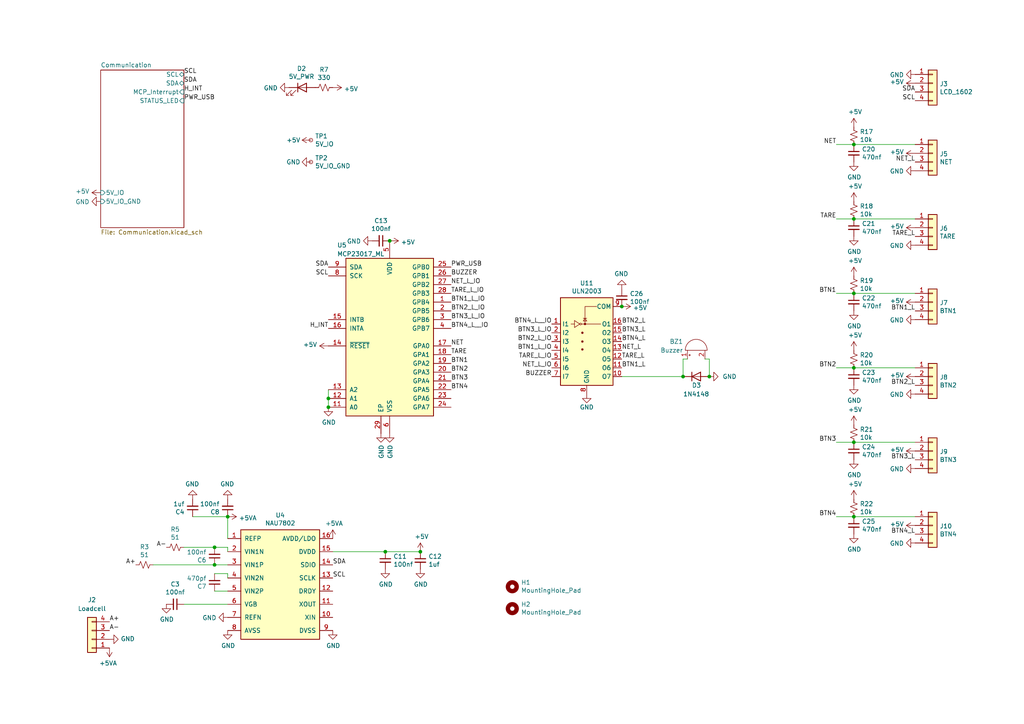
<source format=kicad_sch>
(kicad_sch (version 20230121) (generator eeschema)
  (paper "A4")
  (title_block (title "Ac Current meter") (date "2022-10-12"))
  (lib_symbols
    (symbol "Connector:TestPoint_Small" (pin_numbers hide) (pin_names (offset 0.762) hide)
      (property "Reference" "TP" (at 0 3.81 0))
      (property "Value" "TestPoint_Small" (at 0 2.032 0))
      (symbol "TestPoint_Small_0_1"
        (circle (center 0 0) (radius 0.508))
      )
      (symbol "TestPoint_Small_1_1"
        (pin passive line (at 0 0 90) (length 0) (name "1") (number "1"))
      )
    )
    (symbol "Connector_Generic:Conn_01x04" (pin_names (offset 1.016) hide)
      (property "Reference" "J" (at 0 5.08 0))
      (property "Value" "Conn_01x04" (at 0 -7.62 0))
      (symbol "Conn_01x04_1_1"
        (rectangle (start -1.27 -4.953) (end 0 -5.207) (stroke (width 0.1524)))
        (rectangle (start -1.27 -2.413) (end 0 -2.667) (stroke (width 0.1524)))
        (rectangle (start -1.27 0.127) (end 0 -0.127) (stroke (width 0.1524)))
        (rectangle (start -1.27 2.667) (end 0 2.413) (stroke (width 0.1524)))
        (rectangle (start -1.27 3.81) (end 1.27 -6.35) (stroke (width 0.254)) (fill (type background)))
        (pin passive line (at -5.08 2.54 0) (length 3.81) (name "Pin_1") (number "1"))
        (pin passive line (at -5.08 0 0) (length 3.81) (name "Pin_2") (number "2"))
        (pin passive line (at -5.08 -2.54 0) (length 3.81) (name "Pin_3") (number "3"))
        (pin passive line (at -5.08 -5.08 0) (length 3.81) (name "Pin_4") (number "4"))
      )
    )
    (symbol "Device:C_Small" (pin_numbers hide) (pin_names (offset 0.254) hide)
      (property "Reference" "C" (at 0.254 1.778 0))
      (property "Value" "C_Small" (at 0.254 -2.032 0))
      (symbol "C_Small_0_1"
        (polyline (pts (xy -1.524 -0.508) (xy 1.524 -0.508)) (stroke (width 0.3302)))
        (polyline (pts (xy -1.524 0.508) (xy 1.524 0.508)) (stroke (width 0.3048)))
      )
      (symbol "C_Small_1_1"
        (pin passive line (at 0 2.54 270) (length 2.032) (name "~") (number "1"))
        (pin passive line (at 0 -2.54 90) (length 2.032) (name "~") (number "2"))
      )
    )
    (symbol "Device:LED" (pin_numbers hide) (pin_names (offset 1.016) hide)
      (property "Reference" "D" (at 0 2.54 0))
      (property "Value" "LED" (at 0 -2.54 0))
      (symbol "LED_0_1"
        (polyline (pts (xy -1.27 -1.27) (xy -1.27 1.27)) (stroke (width 0.254)))
        (polyline (pts (xy -1.27 0) (xy 1.27 0)))
        (polyline (pts (xy 1.27 -1.27) (xy 1.27 1.27) (xy -1.27 0) (xy 1.27 -1.27)) (stroke (width 0.254)))
        (polyline (pts (xy -3.048 -0.762) (xy -4.572 -2.286) (xy -3.81 -2.286) (xy -4.572 -2.286) (xy -4.572 -1.524)))
        (polyline (pts (xy -1.778 -0.762) (xy -3.302 -2.286) (xy -2.54 -2.286) (xy -3.302 -2.286) (xy -3.302 -1.524)))
      )
      (symbol "LED_1_1"
        (pin passive line (at -3.81 0 0) (length 2.54) (name "K") (number "1"))
        (pin passive line (at 3.81 0 180) (length 2.54) (name "A") (number "2"))
      )
    )
    (symbol "Device:R_Small_US" (pin_numbers hide) (pin_names (offset 0.254) hide)
      (property "Reference" "R" (at 0.762 0.508 0))
      (property "Value" "R_Small_US" (at 0.762 -1.016 0))
      (symbol "R_Small_US_1_1"
        (polyline (pts (xy 0 0) (xy 1.016 -0.381) (xy 0 -0.762) (xy -1.016 -1.143) (xy 0 -1.524)))
        (polyline (pts (xy 0 1.524) (xy 1.016 1.143) (xy 0 0.762) (xy -1.016 0.381) (xy 0 0)))
        (pin passive line (at 0 2.54 270) (length 1.016) (name "~") (number "1"))
        (pin passive line (at 0 -2.54 90) (length 1.016) (name "~") (number "2"))
      )
    )
    (symbol "Diode:1N4148" (pin_numbers hide) (pin_names hide)
      (property "Reference" "D" (at 0 2.54 0))
      (property "Value" "1N4148" (at 0 -2.54 0))
      (symbol "1N4148_0_1"
        (polyline (pts (xy -1.27 1.27) (xy -1.27 -1.27)) (stroke (width 0.254)))
        (polyline (pts (xy 1.27 0) (xy -1.27 0)))
        (polyline (pts (xy 1.27 1.27) (xy 1.27 -1.27) (xy -1.27 0) (xy 1.27 1.27)) (stroke (width 0.254)))
      )
      (symbol "1N4148_1_1"
        (pin passive line (at -3.81 0 0) (length 2.54) (name "K") (number "1"))
        (pin passive line (at 3.81 0 180) (length 2.54) (name "A") (number "2"))
      )
    )
    (symbol "Interface_Expansion:MCP23017_ML" (pin_names (offset 1.016))
      (property "Reference" "U" (at -11.43 24.13 0))
      (property "Value" "MCP23017_ML" (at 0 0 0))
      (symbol "MCP23017_ML_0_1"
        (rectangle (start -12.7 22.86) (end 12.7 -22.86) (stroke (width 0.254)) (fill (type background)))
      )
      (symbol "MCP23017_ML_1_1"
        (pin bidirectional line (at 17.78 10.16 180) (length 5.08) (name "GPB4") (number "1"))
        (pin no_connect line (at -12.7 12.7 0) (length 5.08) hide (name "NC") (number "10"))
        (pin input line (at -17.78 -20.32 0) (length 5.08) (name "A0") (number "11"))
        (pin input line (at -17.78 -17.78 0) (length 5.08) (name "A1") (number "12"))
        (pin input line (at -17.78 -15.24 0) (length 5.08) (name "A2") (number "13"))
        (pin input line (at -17.78 -2.54 0) (length 5.08) (name "~{RESET}") (number "14"))
        (pin tri_state line (at -17.78 5.08 0) (length 5.08) (name "INTB") (number "15"))
        (pin tri_state line (at -17.78 2.54 0) (length 5.08) (name "INTA") (number "16"))
        (pin bidirectional line (at 17.78 -2.54 180) (length 5.08) (name "GPA0") (number "17"))
        (pin bidirectional line (at 17.78 -5.08 180) (length 5.08) (name "GPA1") (number "18"))
        (pin bidirectional line (at 17.78 -7.62 180) (length 5.08) (name "GPA2") (number "19"))
        (pin bidirectional line (at 17.78 7.62 180) (length 5.08) (name "GPB5") (number "2"))
        (pin bidirectional line (at 17.78 -10.16 180) (length 5.08) (name "GPA3") (number "20"))
        (pin bidirectional line (at 17.78 -12.7 180) (length 5.08) (name "GPA4") (number "21"))
        (pin bidirectional line (at 17.78 -15.24 180) (length 5.08) (name "GPA5") (number "22"))
        (pin bidirectional line (at 17.78 -17.78 180) (length 5.08) (name "GPA6") (number "23"))
        (pin bidirectional line (at 17.78 -20.32 180) (length 5.08) (name "GPA7") (number "24"))
        (pin bidirectional line (at 17.78 20.32 180) (length 5.08) (name "GPB0") (number "25"))
        (pin bidirectional line (at 17.78 17.78 180) (length 5.08) (name "GPB1") (number "26"))
        (pin bidirectional line (at 17.78 15.24 180) (length 5.08) (name "GPB2") (number "27"))
        (pin bidirectional line (at 17.78 12.7 180) (length 5.08) (name "GPB3") (number "28"))
        (pin passive line (at -2.54 -27.94 90) (length 5.08) (name "EP") (number "29"))
        (pin bidirectional line (at 17.78 5.08 180) (length 5.08) (name "GPB6") (number "3"))
        (pin bidirectional line (at 17.78 2.54 180) (length 5.08) (name "GPB7") (number "4"))
        (pin power_in line (at 0 27.94 270) (length 5.08) (name "VDD") (number "5"))
        (pin power_in line (at 0 -27.94 90) (length 5.08) (name "VSS") (number "6"))
        (pin no_connect line (at -12.7 15.24 0) (length 5.08) hide (name "NC") (number "7"))
        (pin input line (at -17.78 17.78 0) (length 5.08) (name "SCK") (number "8"))
        (pin bidirectional line (at -17.78 20.32 0) (length 5.08) (name "SDA") (number "9"))
      )
    )
    (symbol "Mechanical:MountingHole" (pin_names (offset 1.016))
      (property "Reference" "H" (at 0 5.08 0))
      (property "Value" "MountingHole" (at 0 3.175 0))
      (symbol "MountingHole_0_1"
        (circle (center 0 0) (radius 1.27) (stroke (width 1.27)))
      )
    )
    (symbol "Panel_board-rescue:Buzzer-Device" (pin_names (offset 0.0254) hide)
      (property "Reference" "BZ" (at 3.81 1.27 0))
      (property "Value" "Device_Buzzer" (at 3.81 -1.27 0))
      (symbol "Buzzer-Device_0_1"
        (arc (start 0 -3.175) (mid 3.1612 0) (end 0 3.175))
        (polyline (pts (xy -1.651 1.905) (xy -1.143 1.905)))
        (polyline (pts (xy -1.397 2.159) (xy -1.397 1.651)))
        (polyline (pts (xy 0 3.175) (xy 0 -3.175)))
      )
      (symbol "Buzzer-Device_1_1"
        (pin passive line (at -2.54 2.54 0) (length 2.54) (name "-") (number "1"))
        (pin passive line (at -2.54 -2.54 0) (length 2.54) (name "+") (number "2"))
      )
    )
    (symbol "Panel_board-rescue:NAU7802-Analog_ADC" (pin_names (offset 1.016))
      (property "Reference" "U" (at 11.43 20.32 0))
      (property "Value" "Analog_ADC_NAU7802" (at 11.43 17.78 0))
      (symbol "NAU7802-Analog_ADC_1_1"
        (rectangle (start -11.43 15.24) (end 11.43 -16.51) (stroke (width 0.254)) (fill (type background)))
        (pin input line (at -15.24 12.7 0) (length 3.81) (name "REFP") (number "1"))
        (pin output line (at 15.24 -10.16 180) (length 3.81) (name "XIN") (number "10"))
        (pin output line (at 15.24 -6.35 180) (length 3.81) (name "XOUT") (number "11"))
        (pin output line (at 15.24 -2.54 180) (length 3.81) (name "DRDY") (number "12"))
        (pin output line (at 15.24 1.27 180) (length 3.81) (name "SCLK") (number "13"))
        (pin output line (at 15.24 5.08 180) (length 3.81) (name "SDIO") (number "14"))
        (pin power_in line (at 15.24 8.89 180) (length 3.81) (name "DVDD") (number "15"))
        (pin output line (at 15.24 12.7 180) (length 3.81) (name "AVDD/LDO") (number "16"))
        (pin input line (at -15.24 8.89 0) (length 3.81) (name "VIN1N") (number "2"))
        (pin input line (at -15.24 5.08 0) (length 3.81) (name "VIN1P") (number "3"))
        (pin input line (at -15.24 1.27 0) (length 3.81) (name "VIN2N") (number "4"))
        (pin input line (at -15.24 -2.54 0) (length 3.81) (name "VIN2P") (number "5"))
        (pin input line (at -15.24 -6.35 0) (length 3.81) (name "VGB") (number "6"))
        (pin input line (at -15.24 -10.16 0) (length 3.81) (name "REFN") (number "7"))
        (pin power_in line (at -15.24 -13.97 0) (length 3.81) (name "AVSS") (number "8"))
        (pin power_in line (at 15.24 -13.97 180) (length 3.81) (name "DVSS") (number "9"))
      )
    )
    (symbol "Transistor_Array:ULN2003"
      (property "Reference" "U" (at 0 15.875 0))
      (property "Value" "ULN2003" (at 0 13.97 0))
      (symbol "ULN2003_0_1"
        (rectangle (start -7.62 -12.7) (end 7.62 12.7) (stroke (width 0.254)) (fill (type background)))
        (circle (center -1.778 5.08) (radius 0.254))
        (circle (center -1.27 -2.286) (radius 0.254) (fill (type outline)))
        (circle (center -1.27 0) (radius 0.254) (fill (type outline)))
        (circle (center -1.27 2.54) (radius 0.254) (fill (type outline)))
        (circle (center -0.508 5.08) (radius 0.254) (fill (type outline)))
        (polyline (pts (xy -4.572 5.08) (xy -3.556 5.08)))
        (polyline (pts (xy -1.524 5.08) (xy 4.064 5.08)))
        (polyline (pts (xy 0 6.731) (xy -1.016 6.731)))
        (polyline (pts (xy -0.508 5.08) (xy -0.508 10.16) (xy 2.921 10.16)))
        (polyline (pts (xy -3.556 6.096) (xy -3.556 4.064) (xy -2.032 5.08) (xy -3.556 6.096)))
        (polyline (pts (xy 0 5.969) (xy -1.016 5.969) (xy -0.508 6.731) (xy 0 5.969)))
      )
      (symbol "ULN2003_1_1"
        (pin input line (at -10.16 5.08 0) (length 2.54) (name "I1") (number "1"))
        (pin open_collector line (at 10.16 -10.16 180) (length 2.54) (name "O7") (number "10"))
        (pin open_collector line (at 10.16 -7.62 180) (length 2.54) (name "O6") (number "11"))
        (pin open_collector line (at 10.16 -5.08 180) (length 2.54) (name "O5") (number "12"))
        (pin open_collector line (at 10.16 -2.54 180) (length 2.54) (name "O4") (number "13"))
        (pin open_collector line (at 10.16 0 180) (length 2.54) (name "O3") (number "14"))
        (pin open_collector line (at 10.16 2.54 180) (length 2.54) (name "O2") (number "15"))
        (pin open_collector line (at 10.16 5.08 180) (length 2.54) (name "O1") (number "16"))
        (pin input line (at -10.16 2.54 0) (length 2.54) (name "I2") (number "2"))
        (pin input line (at -10.16 0 0) (length 2.54) (name "I3") (number "3"))
        (pin input line (at -10.16 -2.54 0) (length 2.54) (name "I4") (number "4"))
        (pin input line (at -10.16 -5.08 0) (length 2.54) (name "I5") (number "5"))
        (pin input line (at -10.16 -7.62 0) (length 2.54) (name "I6") (number "6"))
        (pin input line (at -10.16 -10.16 0) (length 2.54) (name "I7") (number "7"))
        (pin power_in line (at 0 -15.24 90) (length 2.54) (name "GND") (number "8"))
        (pin passive line (at 10.16 10.16 180) (length 2.54) (name "COM") (number "9"))
      )
    )
    (symbol "power:+5V" (power) (pin_names (offset 0))
      (property "Value" "+5V" (at 0 3.556 0))
      (symbol "+5V_0_1"
        (polyline (pts (xy -0.762 1.27) (xy 0 2.54)))
        (polyline (pts (xy 0 0) (xy 0 2.54)))
        (polyline (pts (xy 0 2.54) (xy 0.762 1.27)))
      )
      (symbol "+5V_1_1"
        (pin power_in line (at 0 0 90) (length 0) hide (name "+5V") (number "1"))
      )
    )
    (symbol "power:+5VA" (power) (pin_names (offset 0))
      (property "Value" "+5VA" (at 0 3.556 0))
      (symbol "+5VA_0_1"
        (polyline (pts (xy -0.762 1.27) (xy 0 2.54)))
        (polyline (pts (xy 0 0) (xy 0 2.54)))
        (polyline (pts (xy 0 2.54) (xy 0.762 1.27)))
      )
      (symbol "+5VA_1_1"
        (pin power_in line (at 0 0 90) (length 0) hide (name "+5VA") (number "1"))
      )
    )
    (symbol "power:GND" (power) (pin_names (offset 0))
      (property "Value" "GND" (at 0 -3.81 0))
      (symbol "GND_0_1"
        (polyline (pts (xy 0 0) (xy 0 -1.27) (xy 1.27 -1.27) (xy 0 -2.54) (xy -1.27 -1.27) (xy 0 -1.27)))
      )
      (symbol "GND_1_1"
        (pin power_in line (at 0 0 270) (length 0) hide (name "GND") (number "1"))
      )
    )
  )
  (junction (at 198.12 109.22))
  (junction (at 205.74 109.22))
  (junction (at 66.04 149.86))
  (junction (at 113.03 69.85))
  (junction (at 247.65 149.86))
  (junction (at 121.92 160.02))
  (junction (at 247.65 128.27))
  (junction (at 180.34 88.9))
  (junction (at 247.65 85.09))
  (junction (at 95.25 115.57))
  (junction (at 62.23 163.83))
  (junction (at 247.65 106.68))
  (junction (at 247.65 41.91))
  (junction (at 95.25 118.11))
  (junction (at 247.65 63.5))
  (junction (at 111.76 160.02))
  (junction (at 62.23 158.75))
  (wire (pts (xy 53.34 158.75) (xy 62.23 158.75)))
  (wire (pts (xy 204.47 104.14) (xy 205.74 104.14)))
  (wire (pts (xy 265.43 128.27) (xy 247.65 128.27)))
  (wire (pts (xy 111.76 160.02) (xy 121.92 160.02)))
  (wire (pts (xy 198.12 104.14) (xy 198.12 109.22)))
  (wire (pts (xy 44.45 163.83) (xy 62.23 163.83)))
  (wire (pts (xy 95.25 115.57) (xy 95.25 118.11)))
  (wire (pts (xy 62.23 166.37) (xy 66.04 166.37)))
  (wire (pts (xy 62.23 163.83) (xy 66.04 163.83)))
  (wire (pts (xy 96.52 160.02) (xy 111.76 160.02)))
  (wire (pts (xy 66.04 149.86) (xy 66.04 156.21)))
  (wire (pts (xy 66.04 158.75) (xy 66.04 160.02)))
  (wire (pts (xy 265.43 149.86) (xy 247.65 149.86)))
  (wire (pts (xy 265.43 85.09) (xy 247.65 85.09)))
  (wire (pts (xy 66.04 166.37) (xy 66.04 167.64)))
  (wire (pts (xy 95.25 113.03) (xy 95.25 115.57)))
  (wire (pts (xy 53.34 175.26) (xy 66.04 175.26)))
  (wire (pts (xy 242.57 128.27) (xy 247.65 128.27)))
  (wire (pts (xy 62.23 158.75) (xy 66.04 158.75)))
  (wire (pts (xy 55.88 149.86) (xy 66.04 149.86)))
  (wire (pts (xy 62.23 171.45) (xy 66.04 171.45)))
  (wire (pts (xy 180.34 109.22) (xy 198.12 109.22)))
  (wire (pts (xy 265.43 63.5) (xy 247.65 63.5)))
  (wire (pts (xy 242.57 63.5) (xy 247.65 63.5)))
  (wire (pts (xy 265.43 41.91) (xy 247.65 41.91)))
  (wire (pts (xy 205.74 104.14) (xy 205.74 109.22)))
  (wire (pts (xy 242.57 85.09) (xy 247.65 85.09)))
  (wire (pts (xy 242.57 149.86) (xy 247.65 149.86)))
  (wire (pts (xy 199.39 104.14) (xy 198.12 104.14)))
  (wire (pts (xy 242.57 106.68) (xy 247.65 106.68)))
  (wire (pts (xy 265.43 106.68) (xy 247.65 106.68)))
  (wire (pts (xy 242.57 41.91) (xy 247.65 41.91)))
  (label "A+" (at 39.37 163.83 180))
  (label "TARE_L_IO" (at 160.02 104.14 180))
  (label "BTN4" (at 242.57 149.86 180))
  (label "NET" (at 130.81 100.33 0))
  (label "BTN1_L" (at 180.34 106.68 0))
  (label "BTN1_L_IO" (at 130.81 87.63 0))
  (label "A-" (at 48.26 158.75 180))
  (label "BTN1_L_IO" (at 160.02 101.6 180))
  (label "BTN3_L" (at 180.34 96.52 0))
  (label "BTN4_L__IO" (at 160.02 93.98 180))
  (label "BTN4_L" (at 265.43 154.94 180))
  (label "BTN3_L" (at 265.43 133.35 180))
  (label "NET" (at 242.57 41.91 180))
  (label "SCL" (at 265.43 29.21 180))
  (label "TARE_L" (at 180.34 104.14 0))
  (label "A-" (at 31.75 182.88 0))
  (label "NET_L_IO" (at 160.02 106.68 180))
  (label "BTN3" (at 242.57 128.27 180))
  (label "BTN4" (at 130.81 113.03 0))
  (label "BTN2_L_IO" (at 160.02 99.06 180))
  (label "SDA" (at 95.25 77.47 180))
  (label "BTN2" (at 242.57 106.68 180))
  (label "BTN1" (at 130.81 105.41 0))
  (label "SCL" (at 95.25 80.01 180))
  (label "TARE" (at 130.81 102.87 0))
  (label "TARE_L" (at 265.43 68.58 180))
  (label "PWR_USB" (at 130.81 77.47 0))
  (label "BTN4_L" (at 180.34 99.06 0))
  (label "NET_L" (at 180.34 101.6 0))
  (label "H_INT" (at 53.34 26.67 0))
  (label "BTN2_L_IO" (at 130.81 90.17 0))
  (label "BTN1_L" (at 265.43 90.17 180))
  (label "BUZZER" (at 160.02 109.22 180))
  (label "SDA" (at 53.34 24.13 0))
  (label "SCL" (at 53.34 21.59 0))
  (label "BTN3_L_IO" (at 160.02 96.52 180))
  (label "PWR_USB" (at 53.34 29.21 0))
  (label "SDA" (at 265.43 26.67 180))
  (label "A+" (at 31.75 180.34 0))
  (label "NET_L_IO" (at 130.81 82.55 0))
  (label "TARE" (at 242.57 63.5 180))
  (label "SDA" (at 96.52 163.83 0))
  (label "SCL" (at 96.52 167.64 0))
  (label "NET_L" (at 265.43 46.99 180))
  (label "TARE_L_IO" (at 130.81 85.09 0))
  (label "BTN4_L__IO" (at 130.81 95.25 0))
  (label "BTN3_L_IO" (at 130.81 92.71 0))
  (label "BTN1" (at 242.57 85.09 180))
  (label "BUZZER" (at 130.81 80.01 0))
  (label "BTN2" (at 130.81 107.95 0))
  (label "H_INT" (at 95.25 95.25 180))
  (label "BTN3" (at 130.81 110.49 0))
  (label "BTN2_L" (at 180.34 93.98 0))
  (label "BTN2_L" (at 265.43 111.76 180))
  (symbol (lib_id "Connector_Generic:Conn_01x04") (at 270.51 24.13 0) (unit 1)
    (property "Reference" "J3" (at 272.542 24.3332 0) (effects (justify left)))
    (property "Value" "LCD_1602" (at 272.542 26.6446 0) (effects (justify left)))
    (property "Footprint" "Connector_PinHeader_2.54mm:PinHeader_1x04_P2.54mm_Horizontal" (effects hide))
  )
  (symbol (lib_id "power:GND") (at 265.43 21.59 270) (unit 1)
    (property "Reference" "#PWR0138" (effects hide))
    (property "Value" "GND" (at 262.1788 21.717 90) (effects (justify right)))
  )
  (symbol (lib_id "power:+5V") (at 265.43 24.13 90) (unit 1)
    (property "Reference" "#PWR0137" (effects hide))
    (property "Value" "+5V" (at 262.1788 23.749 90) (effects (justify left)))
  )
  (symbol (lib_id "power:GND") (at 265.43 157.48 270) (unit 1)
    (property "Reference" "#PWR0136" (effects hide))
    (property "Value" "GND" (at 262.1788 157.607 90) (effects (justify right)))
  )
  (symbol (lib_id "Connector_Generic:Conn_01x04") (at 270.51 152.4 0) (unit 1)
    (property "Reference" "J10" (at 272.542 152.6032 0) (effects (justify left)))
    (property "Value" "BTN4" (at 272.542 154.9146 0) (effects (justify left)))
    (property "Footprint" "Connector_Molex:Molex_PicoBlade_53398-0471_1x04-1MP_P1.25mm_Vertical" (effects hide))
    (property "LCSC" "C234195" (effects hide))
  )
  (symbol (lib_id "power:GND") (at 265.43 135.89 270) (unit 1)
    (property "Reference" "#PWR0134" (effects hide))
    (property "Value" "GND" (at 262.1788 136.017 90) (effects (justify right)))
  )
  (symbol (lib_id "Connector_Generic:Conn_01x04") (at 270.51 130.81 0) (unit 1)
    (property "Reference" "J9" (at 272.542 131.0132 0) (effects (justify left)))
    (property "Value" "BTN3" (at 272.542 133.3246 0) (effects (justify left)))
    (property "Footprint" "Connector_Molex:Molex_PicoBlade_53398-0471_1x04-1MP_P1.25mm_Vertical" (effects hide))
    (property "LCSC" "C234195" (effects hide))
  )
  (symbol (lib_id "Diode:1N4148") (at 201.93 109.22 0) (unit 1)
    (property "Reference" "D3" (at 200.66 111.76 0) (effects (justify left)))
    (property "Value" "1N4148" (at 198.12 114.3 0) (effects (justify left)))
    (property "Footprint" "Diode_SMD:D_SOD-123" (effects hide))
    (property "Datasheet" "https://assets.nexperia.com/documents/data-sheet/1N4148_1N4448.pdf" (effects hide))
    (property "Sim.Device" "D" (effects hide))
    (property "Sim.Pins" "1=K 2=A" (effects hide))
  )
  (symbol (lib_id "power:GND") (at 265.43 114.3 270) (unit 1)
    (property "Reference" "#PWR0132" (effects hide))
    (property "Value" "GND" (at 262.1788 114.427 90) (effects (justify right)))
  )
  (symbol (lib_id "Connector_Generic:Conn_01x04") (at 270.51 109.22 0) (unit 1)
    (property "Reference" "J8" (at 272.542 109.4232 0) (effects (justify left)))
    (property "Value" "BTN2" (at 272.542 111.7346 0) (effects (justify left)))
    (property "Footprint" "Connector_Molex:Molex_PicoBlade_53398-0471_1x04-1MP_P1.25mm_Vertical" (effects hide))
    (property "LCSC" "C234195" (effects hide))
  )
  (symbol (lib_id "power:+5V") (at 96.52 25.4 270) (unit 1)
    (property "Reference" "#PWR0118" (effects hide))
    (property "Value" "+5V" (at 99.7712 25.781 90) (effects (justify left)))
  )
  (symbol (lib_id "power:GND") (at 83.82 25.4 270) (unit 1)
    (property "Reference" "#PWR0119" (effects hide))
    (property "Value" "GND" (at 80.5688 25.527 90) (effects (justify right)))
  )
  (symbol (lib_id "Device:R_Small_US") (at 93.98 25.4 270) (unit 1)
    (property "Reference" "R7" (at 93.98 20.193 90))
    (property "Value" "330" (at 93.98 22.5044 90))
    (property "Footprint" "Resistor_SMD:R_0603_1608Metric" (effects hide))
  )
  (symbol (lib_id "Device:LED") (at 87.63 25.4 0) (unit 1)
    (property "Reference" "D2" (at 87.4522 19.8882 0))
    (property "Value" "5V_PWR" (at 87.4522 22.1996 0))
    (property "Footprint" "LED_SMD:LED_0603_1608Metric" (effects hide))
  )
  (symbol (lib_id "power:GND") (at 265.43 92.71 270) (unit 1)
    (property "Reference" "#PWR0130" (effects hide))
    (property "Value" "GND" (at 262.1788 92.837 90) (effects (justify right)))
  )
  (symbol (lib_id "Connector_Generic:Conn_01x04") (at 270.51 87.63 0) (unit 1)
    (property "Reference" "J7" (at 272.542 87.8332 0) (effects (justify left)))
    (property "Value" "BTN1" (at 272.542 90.1446 0) (effects (justify left)))
    (property "Footprint" "Connector_Molex:Molex_PicoBlade_53398-0471_1x04-1MP_P1.25mm_Vertical" (effects hide))
    (property "LCSC" "C234195" (effects hide))
  )
  (symbol (lib_id "Connector_Generic:Conn_01x04") (at 270.51 66.04 0) (unit 1)
    (property "Reference" "J6" (at 272.542 66.2432 0) (effects (justify left)))
    (property "Value" "TARE" (at 272.542 68.5546 0) (effects (justify left)))
    (property "Footprint" "Connector_Molex:Molex_PicoBlade_53398-0471_1x04-1MP_P1.25mm_Vertical" (effects hide))
    (property "LCSC" "C234195" (effects hide))
  )
  (symbol (lib_id "power:GND") (at 265.43 71.12 270) (unit 1)
    (property "Reference" "#PWR0127" (effects hide))
    (property "Value" "GND" (at 262.1788 71.247 90) (effects (justify right)))
  )
  (symbol (lib_id "power:GND") (at 265.43 49.53 270) (unit 1)
    (property "Reference" "#PWR0126" (effects hide))
    (property "Value" "GND" (at 262.1788 49.657 90) (effects (justify right)))
  )
  (symbol (lib_id "Connector_Generic:Conn_01x04") (at 270.51 44.45 0) (unit 1)
    (property "Reference" "J5" (at 272.542 44.6532 0) (effects (justify left)))
    (property "Value" "NET" (at 272.542 46.9646 0) (effects (justify left)))
    (property "Footprint" "Connector_Molex:Molex_PicoBlade_53398-0471_1x04-1MP_P1.25mm_Vertical" (effects hide))
    (property "LCSC" "C234195" (effects hide))
  )
  (symbol (lib_id "Panel_board-rescue:Buzzer-Device") (at 201.93 101.6 90) (unit 1)
    (property "Reference" "BZ1" (at 198.12 99.06 90) (effects (justify left)))
    (property "Value" "Buzzer" (at 198.12 101.6 90) (effects (justify left)))
    (property "Footprint" "Buzzer_Beeper:Buzzer_12x9.5RM7.6" (effects hide))
  )
  (symbol (lib_id "power:GND") (at 107.95 69.85 270) (unit 1)
    (property "Reference" "#PWR0124" (effects hide))
    (property "Value" "GND" (at 104.6988 69.977 90) (effects (justify right)))
  )
  (symbol (lib_id "Device:C_Small") (at 110.49 69.85 270) (unit 1)
    (property "Reference" "C13" (at 110.49 64.0334 90))
    (property "Value" "100nf" (at 110.49 66.3448 90))
    (property "Footprint" "Capacitor_SMD:C_0603_1608Metric" (effects hide))
  )
  (symbol (lib_id "power:GND") (at 95.25 118.11 0) (unit 1)
    (property "Reference" "#PWR0123" (effects hide))
    (property "Value" "GND" (at 95.377 122.5042 0))
  )
  (symbol (lib_id "power:GND") (at 113.03 125.73 0) (unit 1)
    (property "Reference" "#PWR0122" (effects hide))
    (property "Value" "GND" (at 113.157 128.9812 90) (effects (justify right)))
  )
  (symbol (lib_id "power:+5V") (at 113.03 69.85 270) (unit 1)
    (property "Reference" "#PWR0121" (effects hide))
    (property "Value" "+5V" (at 116.2812 70.231 90) (effects (justify left)))
  )
  (symbol (lib_id "power:+5V") (at 95.25 100.33 90) (unit 1)
    (property "Reference" "#PWR0120" (effects hide))
    (property "Value" "+5V" (at 91.9988 99.949 90) (effects (justify left)))
  )
  (symbol (lib_id "Mechanical:MountingHole") (at 148.59 176.53 0) (unit 1)
    (property "Reference" "H2" (at 151.13 175.2854 0) (effects (justify left)))
    (property "Value" "MountingHole_Pad" (at 151.13 177.5968 0) (effects (justify left)))
    (property "Footprint" "MountingHole:MountingHole_3.2mm_M3" (effects hide))
  )
  (symbol (lib_id "Mechanical:MountingHole") (at 148.59 170.18 0) (unit 1)
    (property "Reference" "H1" (at 151.13 168.9354 0) (effects (justify left)))
    (property "Value" "MountingHole_Pad" (at 151.13 171.2468 0) (effects (justify left)))
    (property "Footprint" "MountingHole:MountingHole_3.2mm_M3" (effects hide))
  )
  (symbol (lib_id "Panel_board-rescue:NAU7802-Analog_ADC") (at 81.28 168.91 0) (unit 1)
    (property "Reference" "U4" (at 81.28 149.4282 0))
    (property "Value" "NAU7802" (at 81.28 151.7396 0))
    (property "Footprint" "Package_SO:SOP-16_3.9x9.9mm_P1.27mm" (effects hide))
  )
  (symbol (lib_id "Device:C_Small") (at 111.76 162.56 0) (unit 1)
    (property "Reference" "C11" (at 114.0968 161.3916 0) (effects (justify left)))
    (property "Value" "100nf" (at 114.0968 163.703 0) (effects (justify left)))
    (property "Footprint" "Capacitor_SMD:C_0603_1608Metric" (effects hide))
  )
  (symbol (lib_id "Device:C_Small") (at 121.92 162.56 0) (unit 1)
    (property "Reference" "C12" (at 124.2568 161.3916 0) (effects (justify left)))
    (property "Value" "1uf" (at 124.2568 163.703 0) (effects (justify left)))
    (property "Footprint" "Capacitor_SMD:C_0603_1608Metric" (effects hide))
  )
  (symbol (lib_id "power:GND") (at 111.76 165.1 0) (unit 1)
    (property "Reference" "#PWR0139" (effects hide))
    (property "Value" "GND" (at 111.887 169.4942 0))
  )
  (symbol (lib_id "power:GND") (at 121.92 165.1 0) (unit 1)
    (property "Reference" "#PWR0140" (effects hide))
    (property "Value" "GND" (at 122.047 169.4942 0))
  )
  (symbol (lib_id "power:+5V") (at 121.92 160.02 0) (unit 1)
    (property "Reference" "#PWR0141" (effects hide))
    (property "Value" "+5V" (at 122.301 155.6258 0))
  )
  (symbol (lib_id "power:GND") (at 66.04 182.88 0) (unit 1)
    (property "Reference" "#PWR0142" (effects hide))
    (property "Value" "GND" (at 66.167 187.2742 0))
  )
  (symbol (lib_id "power:GND") (at 96.52 182.88 0) (unit 1)
    (property "Reference" "#PWR0143" (effects hide))
    (property "Value" "GND" (at 96.647 187.2742 0))
  )
  (symbol (lib_id "power:GND") (at 66.04 179.07 270) (unit 1)
    (property "Reference" "#PWR0144" (effects hide))
    (property "Value" "GND" (at 62.7888 179.197 90) (effects (justify right)))
  )
  (symbol (lib_id "Device:C_Small") (at 62.23 161.29 180) (unit 1)
    (property "Reference" "C6" (at 59.8932 162.4584 0) (effects (justify left)))
    (property "Value" "100nf" (at 59.8932 160.147 0) (effects (justify left)))
    (property "Footprint" "Capacitor_SMD:C_0603_1608Metric" (effects hide))
  )
  (symbol (lib_id "Device:C_Small") (at 62.23 168.91 180) (unit 1)
    (property "Reference" "C7" (at 59.8932 170.0784 0) (effects (justify left)))
    (property "Value" "470pf" (at 59.8932 167.767 0) (effects (justify left)))
    (property "Footprint" "Capacitor_SMD:C_0603_1608Metric" (effects hide))
  )
  (symbol (lib_id "Device:R_Small_US") (at 50.8 158.75 270) (unit 1)
    (property "Reference" "R5" (at 50.8 153.543 90))
    (property "Value" "51" (at 50.8 155.8544 90))
    (property "Footprint" "Resistor_SMD:R_0603_1608Metric" (effects hide))
  )
  (symbol (lib_id "Device:R_Small_US") (at 41.91 163.83 270) (unit 1)
    (property "Reference" "R3" (at 41.91 158.623 90))
    (property "Value" "51" (at 41.91 160.9344 90))
    (property "Footprint" "Resistor_SMD:R_0603_1608Metric" (effects hide))
  )
  (symbol (lib_id "Device:C_Small") (at 50.8 175.26 270) (unit 1)
    (property "Reference" "C3" (at 50.8 169.4434 90))
    (property "Value" "100nf" (at 50.8 171.7548 90))
    (property "Footprint" "Capacitor_SMD:C_0603_1608Metric" (effects hide))
  )
  (symbol (lib_id "power:GND") (at 48.26 175.26 0) (unit 1)
    (property "Reference" "#PWR0145" (effects hide))
    (property "Value" "GND" (at 48.387 179.6542 0))
  )
  (symbol (lib_id "power:+5VA") (at 96.52 156.21 0) (unit 1)
    (property "Reference" "#PWR0146" (effects hide))
    (property "Value" "+5VA" (at 96.901 151.8158 0))
  )
  (symbol (lib_id "Device:C_Small") (at 66.04 147.32 180) (unit 1)
    (property "Reference" "C8" (at 63.7032 148.4884 0) (effects (justify left)))
    (property "Value" "100nf" (at 63.7032 146.177 0) (effects (justify left)))
    (property "Footprint" "Capacitor_SMD:C_0603_1608Metric" (effects hide))
  )
  (symbol (lib_id "Device:C_Small") (at 55.88 147.32 180) (unit 1)
    (property "Reference" "C4" (at 53.5432 148.4884 0) (effects (justify left)))
    (property "Value" "1uf" (at 53.5432 146.177 0) (effects (justify left)))
    (property "Footprint" "Capacitor_SMD:C_0603_1608Metric" (effects hide))
  )
  (symbol (lib_id "power:GND") (at 66.04 144.78 180) (unit 1)
    (property "Reference" "#PWR0147" (effects hide))
    (property "Value" "GND" (at 65.913 140.3858 0))
  )
  (symbol (lib_id "power:GND") (at 55.88 144.78 180) (unit 1)
    (property "Reference" "#PWR0148" (effects hide))
    (property "Value" "GND" (at 55.753 140.3858 0))
  )
  (symbol (lib_id "power:+5VA") (at 66.04 149.86 270) (unit 1)
    (property "Reference" "#PWR0149" (effects hide))
    (property "Value" "+5VA" (at 69.2912 150.241 90) (effects (justify left)))
  )
  (symbol (lib_id "power:+5VA") (at 31.75 187.96 180) (unit 1)
    (property "Reference" "#PWR0150" (effects hide))
    (property "Value" "+5VA" (at 31.369 192.3542 0))
  )
  (symbol (lib_id "power:GND") (at 31.75 185.42 90) (unit 1)
    (property "Reference" "#PWR0151" (effects hide))
    (property "Value" "GND" (at 35.0012 185.293 90) (effects (justify right)))
  )
  (symbol (lib_id "Connector:TestPoint_Small") (at 90.17 40.64 0) (unit 1)
    (property "Reference" "TP1" (at 91.3892 39.4716 0) (effects (justify left)))
    (property "Value" "5V_IO" (at 91.3892 41.783 0) (effects (justify left)))
    (property "Footprint" "TestPoint:TestPoint_THTPad_1.0x1.0mm_Drill0.5mm" (effects hide))
  )
  (symbol (lib_id "Connector:TestPoint_Small") (at 90.17 46.99 0) (unit 1)
    (property "Reference" "TP2" (at 91.3892 45.8216 0) (effects (justify left)))
    (property "Value" "5V_IO_GND" (at 91.3892 48.133 0) (effects (justify left)))
    (property "Footprint" "TestPoint:TestPoint_THTPad_1.0x1.0mm_Drill0.5mm" (effects hide))
  )
  (symbol (lib_id "power:+5V") (at 90.17 40.64 90) (unit 1)
    (property "Reference" "#PWR0164" (effects hide))
    (property "Value" "+5V" (at 85.09 40.64 90))
  )
  (symbol (lib_id "power:GND") (at 90.17 46.99 270) (unit 1)
    (property "Reference" "#PWR0165" (effects hide))
    (property "Value" "GND" (at 85.09 46.99 90))
  )
  (symbol (lib_id "Transistor_Array:ULN2003") (at 170.18 99.06 0) (unit 1)
    (property "Reference" "U11" (at 170.18 82.1182 0))
    (property "Value" "ULN2003" (at 170.18 84.4296 0))
    (property "Footprint" "Package_SO:SOIC-16_3.9x9.9mm_P1.27mm" (effects hide))
    (property "Datasheet" "http://www.ti.com/lit/ds/symlink/uln2003a.pdf" (effects hide))
    (property "LCSC" "C7512" (effects hide))
  )
  (symbol (lib_id "power:GND") (at 170.18 114.3 0) (unit 1)
    (property "Reference" "#PWR0168" (effects hide))
    (property "Value" "GND" (at 170.18 118.11 0))
  )
  (symbol (lib_id "Device:C_Small") (at 180.34 86.36 0) (unit 1)
    (property "Reference" "C26" (at 182.6768 85.1916 0) (effects (justify left)))
    (property "Value" "100nf" (at 182.6768 87.503 0) (effects (justify left)))
    (property "Footprint" "Capacitor_SMD:C_0603_1608Metric" (effects hide))
  )
  (symbol (lib_id "power:+5V") (at 180.34 88.9 270) (unit 1)
    (property "Reference" "#PWR0169" (effects hide))
    (property "Value" "+5V" (at 183.5912 89.281 90) (effects (justify left)))
  )
  (symbol (lib_id "power:GND") (at 180.34 83.82 180) (unit 1)
    (property "Reference" "#PWR0170" (effects hide))
    (property "Value" "GND" (at 180.213 79.4258 0))
  )
  (symbol (lib_id "power:+5V") (at 265.43 44.45 90) (unit 1)
    (property "Reference" "#PWR0125" (effects hide))
    (property "Value" "+5V" (at 262.1788 44.069 90) (effects (justify left)))
  )
  (symbol (lib_id "power:+5V") (at 265.43 66.04 90) (unit 1)
    (property "Reference" "#PWR0128" (effects hide))
    (property "Value" "+5V" (at 262.1788 65.659 90) (effects (justify left)))
  )
  (symbol (lib_id "power:+5V") (at 265.43 87.63 90) (unit 1)
    (property "Reference" "#PWR0129" (effects hide))
    (property "Value" "+5V" (at 262.1788 87.249 90) (effects (justify left)))
  )
  (symbol (lib_id "power:+5V") (at 265.43 109.22 90) (unit 1)
    (property "Reference" "#PWR0131" (effects hide))
    (property "Value" "+5V" (at 262.1788 108.839 90) (effects (justify left)))
  )
  (symbol (lib_id "power:+5V") (at 265.43 130.81 90) (unit 1)
    (property "Reference" "#PWR0133" (effects hide))
    (property "Value" "+5V" (at 262.1788 130.429 90) (effects (justify left)))
  )
  (symbol (lib_id "power:+5V") (at 265.43 152.4 90) (unit 1)
    (property "Reference" "#PWR0135" (effects hide))
    (property "Value" "+5V" (at 262.1788 152.019 90) (effects (justify left)))
  )
  (symbol (lib_id "power:+5V") (at 29.21 55.88 90) (unit 1)
    (property "Reference" "#PWR0101" (effects hide))
    (property "Value" "+5V" (at 25.9588 55.499 90) (effects (justify left)))
  )
  (symbol (lib_id "power:GND") (at 29.21 58.42 270) (unit 1)
    (property "Reference" "#PWR0102" (effects hide))
    (property "Value" "GND" (at 25.9588 58.547 90) (effects (justify right)))
  )
  (symbol (lib_id "Device:R_Small_US") (at 247.65 39.37 0) (unit 1)
    (property "Reference" "R17" (at 249.3772 38.2016 0) (effects (justify left)))
    (property "Value" "10k" (at 249.3772 40.513 0) (effects (justify left)))
    (property "Footprint" "Resistor_SMD:R_0603_1608Metric" (effects hide))
  )
  (symbol (lib_id "Device:C_Small") (at 247.65 44.45 0) (unit 1)
    (property "Reference" "C20" (at 249.9868 43.2816 0) (effects (justify left)))
    (property "Value" "470nf" (at 249.9868 45.593 0) (effects (justify left)))
    (property "Footprint" "Capacitor_SMD:C_0603_1608Metric" (effects hide))
  )
  (symbol (lib_id "power:+5V") (at 247.65 36.83 0) (unit 1)
    (property "Reference" "#PWR0113" (effects hide))
    (property "Value" "+5V" (at 248.031 32.4358 0))
  )
  (symbol (lib_id "power:GND") (at 247.65 46.99 0) (unit 1)
    (property "Reference" "#PWR0114" (effects hide))
    (property "Value" "GND" (at 247.777 51.3842 0))
  )
  (symbol (lib_id "Device:R_Small_US") (at 247.65 60.96 0) (unit 1)
    (property "Reference" "R18" (at 249.3772 59.7916 0) (effects (justify left)))
    (property "Value" "10k" (at 249.3772 62.103 0) (effects (justify left)))
    (property "Footprint" "Resistor_SMD:R_0603_1608Metric" (effects hide))
  )
  (symbol (lib_id "Device:C_Small") (at 247.65 66.04 0) (unit 1)
    (property "Reference" "C21" (at 249.9868 64.8716 0) (effects (justify left)))
    (property "Value" "470nf" (at 249.9868 67.183 0) (effects (justify left)))
    (property "Footprint" "Capacitor_SMD:C_0603_1608Metric" (effects hide))
  )
  (symbol (lib_id "power:+5V") (at 247.65 58.42 0) (unit 1)
    (property "Reference" "#PWR0115" (effects hide))
    (property "Value" "+5V" (at 248.031 54.0258 0))
  )
  (symbol (lib_id "power:GND") (at 247.65 68.58 0) (unit 1)
    (property "Reference" "#PWR0152" (effects hide))
    (property "Value" "GND" (at 247.777 72.9742 0))
  )
  (symbol (lib_id "Device:R_Small_US") (at 247.65 82.55 0) (unit 1)
    (property "Reference" "R19" (at 249.3772 81.3816 0) (effects (justify left)))
    (property "Value" "10k" (at 249.3772 83.693 0) (effects (justify left)))
    (property "Footprint" "Resistor_SMD:R_0603_1608Metric" (effects hide))
  )
  (symbol (lib_id "Device:C_Small") (at 247.65 87.63 0) (unit 1)
    (property "Reference" "C22" (at 249.9868 86.4616 0) (effects (justify left)))
    (property "Value" "470nf" (at 249.9868 88.773 0) (effects (justify left)))
    (property "Footprint" "Capacitor_SMD:C_0603_1608Metric" (effects hide))
  )
  (symbol (lib_id "power:+5V") (at 247.65 80.01 0) (unit 1)
    (property "Reference" "#PWR0153" (effects hide))
    (property "Value" "+5V" (at 248.031 75.6158 0))
  )
  (symbol (lib_id "power:GND") (at 247.65 90.17 0) (unit 1)
    (property "Reference" "#PWR0154" (effects hide))
    (property "Value" "GND" (at 247.777 94.5642 0))
  )
  (symbol (lib_id "Device:R_Small_US") (at 247.65 104.14 0) (unit 1)
    (property "Reference" "R20" (at 249.3772 102.9716 0) (effects (justify left)))
    (property "Value" "10k" (at 249.3772 105.283 0) (effects (justify left)))
    (property "Footprint" "Resistor_SMD:R_0603_1608Metric" (effects hide))
  )
  (symbol (lib_id "Device:C_Small") (at 247.65 109.22 0) (unit 1)
    (property "Reference" "C23" (at 249.9868 108.0516 0) (effects (justify left)))
    (property "Value" "470nf" (at 249.9868 110.363 0) (effects (justify left)))
    (property "Footprint" "Capacitor_SMD:C_0603_1608Metric" (effects hide))
  )
  (symbol (lib_id "power:+5V") (at 247.65 101.6 0) (unit 1)
    (property "Reference" "#PWR0155" (effects hide))
    (property "Value" "+5V" (at 248.031 97.2058 0))
  )
  (symbol (lib_id "power:GND") (at 247.65 111.76 0) (unit 1)
    (property "Reference" "#PWR0156" (effects hide))
    (property "Value" "GND" (at 247.777 116.1542 0))
  )
  (symbol (lib_id "Device:R_Small_US") (at 247.65 125.73 0) (unit 1)
    (property "Reference" "R21" (at 249.3772 124.5616 0) (effects (justify left)))
    (property "Value" "10k" (at 249.3772 126.873 0) (effects (justify left)))
    (property "Footprint" "Resistor_SMD:R_0603_1608Metric" (effects hide))
  )
  (symbol (lib_id "Device:C_Small") (at 247.65 130.81 0) (unit 1)
    (property "Reference" "C24" (at 249.9868 129.6416 0) (effects (justify left)))
    (property "Value" "470nf" (at 249.9868 131.953 0) (effects (justify left)))
    (property "Footprint" "Capacitor_SMD:C_0603_1608Metric" (effects hide))
  )
  (symbol (lib_id "power:+5V") (at 247.65 123.19 0) (unit 1)
    (property "Reference" "#PWR0157" (effects hide))
    (property "Value" "+5V" (at 248.031 118.7958 0))
  )
  (symbol (lib_id "power:GND") (at 247.65 133.35 0) (unit 1)
    (property "Reference" "#PWR0158" (effects hide))
    (property "Value" "GND" (at 247.777 137.7442 0))
  )
  (symbol (lib_id "Device:R_Small_US") (at 247.65 147.32 0) (unit 1)
    (property "Reference" "R22" (at 249.3772 146.1516 0) (effects (justify left)))
    (property "Value" "10k" (at 249.3772 148.463 0) (effects (justify left)))
    (property "Footprint" "Resistor_SMD:R_0603_1608Metric" (effects hide))
  )
  (symbol (lib_id "Device:C_Small") (at 247.65 152.4 0) (unit 1)
    (property "Reference" "C25" (at 249.9868 151.2316 0) (effects (justify left)))
    (property "Value" "470nf" (at 249.9868 153.543 0) (effects (justify left)))
    (property "Footprint" "Capacitor_SMD:C_0603_1608Metric" (effects hide))
  )
  (symbol (lib_id "power:+5V") (at 247.65 144.78 0) (unit 1)
    (property "Reference" "#PWR0159" (effects hide))
    (property "Value" "+5V" (at 248.031 140.3858 0))
  )
  (symbol (lib_id "power:GND") (at 247.65 154.94 0) (unit 1)
    (property "Reference" "#PWR0160" (effects hide))
    (property "Value" "GND" (at 247.777 159.3342 0))
  )
  (symbol (lib_id "Interface_Expansion:MCP23017_ML") (at 113.03 97.79 0) (unit 1)
    (property "Reference" "U5" (at 97.79 71.12 0) (effects (justify left)))
    (property "Value" "MCP23017_ML" (at 97.79 73.66 0) (effects (justify left)))
    (property "Footprint" "Package_DFN_QFN:QFN-28-1EP_6x6mm_P0.65mm_EP4.25x4.25mm" (effects hide))
    (property "Datasheet" "http://ww1.microchip.com/downloads/en/DeviceDoc/20001952C.pdf" (effects hide))
  )
  (symbol (lib_id "power:GND") (at 110.49 125.73 0) (unit 1)
    (property "Reference" "#PWR0161" (effects hide))
    (property "Value" "GND" (at 110.617 128.9812 90) (effects (justify right)))
  )
  (symbol (lib_id "power:GND") (at 205.74 109.22 90) (unit 1)
    (property "Reference" "#PWR02" (effects hide))
    (property "Value" "GND" (at 209.55 109.22 90) (effects (justify right)))
  )
  (symbol (lib_id "Connector_Generic:Conn_01x04") (at 26.67 185.42 180) (unit 1)
    (property "Reference" "J2" (at 26.67 173.99 0))
    (property "Value" "Loadcell" (at 26.67 176.53 0))
    (property "Footprint" "Connector_Molex:Molex_SPOX_5268-04A_1x04_P2.50mm_Horizontal" (effects hide))
  )
  (sheet (at 29.21 20.32) (size 24.13 45.72)
    (property "Sheetname" "Communication" (at 29.21 19.6084 0) (effects (justify left bottom)))
    (property "Sheetfile" "Communication.kicad_sch" (at 29.21 66.6246 0) (effects (justify left top)))
    (pin "MCP_Interrupt" input (at 53.34 26.67 0))
    (pin "SDA" bidirectional (at 53.34 24.13 0))
    (pin "SCL" bidirectional (at 53.34 21.59 0))
    (pin "5V_IO" input (at 29.21 55.88 180))
    (pin "5V_IO_GND" input (at 29.21 58.42 180))
    (pin "STATUS_LED" input (at 53.34 29.21 0))
  )
)
</source>
